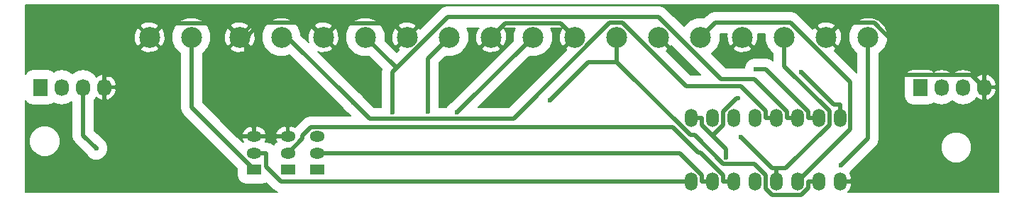
<source format=gbr>
G04 #@! TF.FileFunction,Copper,L2,Bot,Signal*
%FSLAX46Y46*%
G04 Gerber Fmt 4.6, Leading zero omitted, Abs format (unit mm)*
G04 Created by KiCad (PCBNEW 4.0.4-stable) date 04/04/17 13:48:34*
%MOMM*%
%LPD*%
G01*
G04 APERTURE LIST*
%ADD10C,0.100000*%
%ADD11O,1.501140X2.199640*%
%ADD12R,1.800000X1.300000*%
%ADD13O,1.800000X1.300000*%
%ADD14R,1.727200X2.032000*%
%ADD15O,1.727200X2.032000*%
%ADD16C,2.500000*%
%ADD17C,0.600000*%
%ADD18C,0.500000*%
%ADD19C,0.200000*%
G04 APERTURE END LIST*
D10*
D11*
X162110000Y-74810000D03*
X164650000Y-74810000D03*
X167190000Y-74810000D03*
X169730000Y-74810000D03*
X172270000Y-74810000D03*
X174810000Y-74810000D03*
X177350000Y-74810000D03*
X179890000Y-74810000D03*
X179890000Y-67190000D03*
X177350000Y-67190000D03*
X174810000Y-67190000D03*
X172270000Y-67190000D03*
X169730000Y-67190000D03*
X167190000Y-67190000D03*
X164650000Y-67190000D03*
X162110000Y-67190000D03*
D12*
X110000000Y-73400000D03*
D13*
X110000000Y-71400000D03*
X110000000Y-69400000D03*
D12*
X117500000Y-73400000D03*
D13*
X117500000Y-71400000D03*
X117500000Y-69400000D03*
D12*
X114000000Y-73400000D03*
D13*
X114000000Y-71400000D03*
X114000000Y-69400000D03*
D14*
X189500000Y-63500000D03*
D15*
X192040000Y-63500000D03*
X194580000Y-63500000D03*
X197120000Y-63500000D03*
D14*
X84500000Y-63500000D03*
D15*
X87040000Y-63500000D03*
X89580000Y-63500000D03*
X92120000Y-63500000D03*
D16*
X108250000Y-57500000D03*
X113250000Y-57500000D03*
X118250000Y-57500000D03*
X123250000Y-57500000D03*
X128250000Y-57500000D03*
X133250000Y-57500000D03*
X138250000Y-57500000D03*
X143250000Y-57500000D03*
X148250000Y-57500000D03*
X153250000Y-57500000D03*
X158250000Y-57500000D03*
X163250000Y-57500000D03*
X168250000Y-57500000D03*
X173250000Y-57500000D03*
X183250000Y-57500000D03*
X178250000Y-57500000D03*
X102500000Y-57500000D03*
X97500000Y-57500000D03*
D17*
X167678500Y-64799600D03*
X166287400Y-71945000D03*
X91151300Y-70827700D03*
X180036800Y-72830000D03*
X168043000Y-69501000D03*
X145252000Y-65066400D03*
X175226800Y-61686300D03*
X134223600Y-66526400D03*
X130692100Y-66432900D03*
X169860600Y-61351300D03*
X126500000Y-66480500D03*
X121804300Y-65351900D03*
D18*
X146549600Y-55799600D02*
X148250000Y-57500000D01*
X139950400Y-55799600D02*
X146549600Y-55799600D01*
X138250000Y-57500000D02*
X139950400Y-55799600D01*
X93016000Y-61984000D02*
X92120000Y-61984000D01*
X97500000Y-57500000D02*
X93016000Y-61984000D01*
X92120000Y-63500000D02*
X92120000Y-61984000D01*
X195612000Y-61992000D02*
X197120000Y-63500000D01*
X186277300Y-61992000D02*
X195612000Y-61992000D01*
X179890000Y-74810000D02*
X181140600Y-74810000D01*
X186277300Y-69673300D02*
X186277300Y-61992000D01*
X181140600Y-74810000D02*
X186277300Y-69673300D01*
X106549600Y-55799600D02*
X108250000Y-57500000D01*
X99200400Y-55799600D02*
X106549600Y-55799600D01*
X97500000Y-57500000D02*
X99200400Y-55799600D01*
X179970900Y-55779100D02*
X178250000Y-57500000D01*
X183947500Y-55779100D02*
X179970900Y-55779100D01*
X186277300Y-58108900D02*
X183947500Y-55779100D01*
X186277300Y-61992000D02*
X186277300Y-58108900D01*
X110000000Y-69400000D02*
X110000000Y-68250000D01*
X109022700Y-57500000D02*
X108250000Y-57500000D01*
X110755900Y-55766800D02*
X109022700Y-57500000D01*
X116516800Y-55766800D02*
X110755900Y-55766800D01*
X118250000Y-57500000D02*
X116516800Y-55766800D01*
X109022700Y-67272700D02*
X110000000Y-68250000D01*
X109022700Y-57500000D02*
X109022700Y-67272700D01*
X119951000Y-55799000D02*
X118250000Y-57500000D01*
X126549000Y-55799000D02*
X119951000Y-55799000D01*
X128250000Y-57500000D02*
X126549000Y-55799000D01*
X102500000Y-65900000D02*
X102500000Y-57500000D01*
X110000000Y-73400000D02*
X102500000Y-65900000D01*
X162110000Y-67190000D02*
X163360600Y-67190000D01*
X163360600Y-67987000D02*
X164679200Y-69305500D01*
X163360600Y-67190000D02*
X163360600Y-67987000D01*
X166287400Y-70913800D02*
X166287400Y-71945000D01*
X164679200Y-69305500D02*
X166287400Y-70913800D01*
X167529600Y-64799600D02*
X167678500Y-64799600D01*
X165920000Y-66409200D02*
X167529600Y-64799600D01*
X165920000Y-68064700D02*
X165920000Y-66409200D01*
X164679200Y-69305500D02*
X165920000Y-68064700D01*
X165939400Y-74037300D02*
X165939400Y-74810000D01*
X163251600Y-71349500D02*
X165939400Y-74037300D01*
X162967300Y-71349500D02*
X163251600Y-71349500D01*
X159907600Y-68289800D02*
X162967300Y-71349500D01*
X116772600Y-68289800D02*
X159907600Y-68289800D01*
X115750000Y-69312400D02*
X116772600Y-68289800D01*
X115750000Y-69650000D02*
X115750000Y-69312400D01*
X114000000Y-71400000D02*
X115750000Y-69650000D01*
X167190000Y-74810000D02*
X165939400Y-74810000D01*
X89580000Y-69256400D02*
X91151300Y-70827700D01*
X89580000Y-63500000D02*
X89580000Y-69256400D01*
X183250000Y-69616800D02*
X180036800Y-72830000D01*
X183250000Y-57500000D02*
X183250000Y-69616800D01*
X171752100Y-73210100D02*
X168043000Y-69501000D01*
X172270000Y-73210100D02*
X171752100Y-73210100D01*
X172270000Y-74810000D02*
X172270000Y-73210100D01*
X173403000Y-73210100D02*
X172270000Y-73210100D01*
X178620000Y-67993100D02*
X173403000Y-73210100D01*
X178620000Y-66349100D02*
X178620000Y-67993100D01*
X173250000Y-60979100D02*
X178620000Y-66349100D01*
X173250000Y-57500000D02*
X173250000Y-60979100D01*
X181092800Y-68527200D02*
X174810000Y-74810000D01*
X181092800Y-62894900D02*
X181092800Y-68527200D01*
X173956400Y-55758500D02*
X181092800Y-62894900D01*
X164991500Y-55758500D02*
X173956400Y-55758500D01*
X163250000Y-57500000D02*
X164991500Y-55758500D01*
X177350000Y-74810000D02*
X176099400Y-74810000D01*
X149857600Y-60460800D02*
X153250000Y-60460800D01*
X145252000Y-65066400D02*
X149857600Y-60460800D01*
X153250000Y-57500000D02*
X153250000Y-60460800D01*
X176099400Y-75569100D02*
X176099400Y-74810000D01*
X175240600Y-76427900D02*
X176099400Y-75569100D01*
X171795800Y-76427900D02*
X175240600Y-76427900D01*
X171000000Y-75632100D02*
X171795800Y-76427900D01*
X171000000Y-74029900D02*
X171000000Y-75632100D01*
X169665400Y-72695300D02*
X171000000Y-74029900D01*
X165976600Y-72695300D02*
X169665400Y-72695300D01*
X162515700Y-69234400D02*
X165976600Y-72695300D01*
X162023600Y-69234400D02*
X162515700Y-69234400D01*
X153250000Y-60460800D02*
X162023600Y-69234400D01*
X179130600Y-65590100D02*
X179890000Y-65590100D01*
X175226800Y-61686300D02*
X179130600Y-65590100D01*
X179890000Y-67190000D02*
X179890000Y-65590100D01*
X143250000Y-57500000D02*
X134223600Y-66526400D01*
X130692100Y-60057900D02*
X130692100Y-66432900D01*
X133250000Y-57500000D02*
X130692100Y-60057900D01*
X177350000Y-67190000D02*
X176099400Y-67190000D01*
X171019800Y-61351300D02*
X169860600Y-61351300D01*
X176099400Y-66430900D02*
X171019800Y-61351300D01*
X176099400Y-67190000D02*
X176099400Y-66430900D01*
X174810000Y-67190000D02*
X173559400Y-67190000D01*
X123250000Y-57500000D02*
X126957300Y-61207300D01*
X126500000Y-61664600D02*
X126957300Y-61207300D01*
X126500000Y-66480500D02*
X126500000Y-61664600D01*
X173559400Y-66430900D02*
X173559400Y-67190000D01*
X169662500Y-62534000D02*
X173559400Y-66430900D01*
X165698500Y-62534000D02*
X169662500Y-62534000D01*
X158239700Y-55075200D02*
X165698500Y-62534000D01*
X133089400Y-55075200D02*
X158239700Y-55075200D01*
X126957300Y-61207300D02*
X133089400Y-55075200D01*
X113952400Y-57500000D02*
X121804300Y-65351900D01*
X113250000Y-57500000D02*
X113952400Y-57500000D01*
X172270000Y-67190000D02*
X171019400Y-67190000D01*
X171019400Y-66347600D02*
X171019400Y-67190000D01*
X168020700Y-63348900D02*
X171019400Y-66347600D01*
X161513400Y-63348900D02*
X168020700Y-63348900D01*
X153948900Y-55784400D02*
X161513400Y-63348900D01*
X152428200Y-55784400D02*
X153948900Y-55784400D01*
X140928200Y-67284400D02*
X152428200Y-55784400D01*
X123736800Y-67284400D02*
X140928200Y-67284400D01*
X121804300Y-65351900D02*
X123736800Y-67284400D01*
X110000000Y-71400000D02*
X111400000Y-71400000D01*
X162110000Y-74810000D02*
X160859400Y-74810000D01*
X113162000Y-74810000D02*
X160859400Y-74810000D01*
X111400000Y-73048000D02*
X113162000Y-74810000D01*
X111400000Y-71400000D02*
X111400000Y-73048000D01*
X163399400Y-74050900D02*
X163399400Y-74810000D01*
X160748500Y-71400000D02*
X163399400Y-74050900D01*
X117500000Y-71400000D02*
X160748500Y-71400000D01*
X164650000Y-74810000D02*
X163399400Y-74810000D01*
D19*
G36*
X198825000Y-76075000D02*
X180871809Y-76075000D01*
X181086222Y-75821430D01*
X181248570Y-75313250D01*
X181248570Y-74964000D01*
X180044000Y-74964000D01*
X180044000Y-74984000D01*
X179736000Y-74984000D01*
X179736000Y-74964000D01*
X179716000Y-74964000D01*
X179716000Y-74656000D01*
X179736000Y-74656000D01*
X179736000Y-74636000D01*
X180044000Y-74636000D01*
X180044000Y-74656000D01*
X181248570Y-74656000D01*
X181248570Y-74306750D01*
X181086222Y-73798570D01*
X181068803Y-73777970D01*
X181222970Y-73624072D01*
X181273425Y-73502563D01*
X183687615Y-71088373D01*
X191899679Y-71088373D01*
X192180732Y-71768572D01*
X192700691Y-72289439D01*
X193380398Y-72571679D01*
X194116373Y-72572321D01*
X194796572Y-72291268D01*
X195317439Y-71771309D01*
X195599679Y-71091602D01*
X195600321Y-70355627D01*
X195319268Y-69675428D01*
X194799309Y-69154561D01*
X194119602Y-68872321D01*
X193383627Y-68871679D01*
X192703428Y-69152732D01*
X192182561Y-69672691D01*
X191900321Y-70352398D01*
X191899679Y-71088373D01*
X183687615Y-71088373D01*
X184204594Y-70571394D01*
X184281969Y-70455594D01*
X184497237Y-70133423D01*
X184600000Y-69616800D01*
X184600000Y-62484000D01*
X187514850Y-62484000D01*
X187514850Y-64516000D01*
X187591552Y-64923636D01*
X187832464Y-65298024D01*
X188200054Y-65549188D01*
X188636400Y-65637550D01*
X190363600Y-65637550D01*
X190771236Y-65560848D01*
X191075072Y-65365335D01*
X191288563Y-65507985D01*
X192040000Y-65657455D01*
X192791437Y-65507985D01*
X193310000Y-65161492D01*
X193828563Y-65507985D01*
X194580000Y-65657455D01*
X195331437Y-65507985D01*
X195968475Y-65082330D01*
X196181694Y-64763226D01*
X196256359Y-64843822D01*
X196738951Y-65073811D01*
X196966000Y-64962983D01*
X196966000Y-63654000D01*
X197274000Y-63654000D01*
X197274000Y-64962983D01*
X197501049Y-65073811D01*
X197983641Y-64843822D01*
X198373838Y-64422629D01*
X198573149Y-63884176D01*
X198439516Y-63654000D01*
X197274000Y-63654000D01*
X196966000Y-63654000D01*
X196946000Y-63654000D01*
X196946000Y-63346000D01*
X196966000Y-63346000D01*
X196966000Y-62037017D01*
X197274000Y-62037017D01*
X197274000Y-63346000D01*
X198439516Y-63346000D01*
X198573149Y-63115824D01*
X198373838Y-62577371D01*
X197983641Y-62156178D01*
X197501049Y-61926189D01*
X197274000Y-62037017D01*
X196966000Y-62037017D01*
X196738951Y-61926189D01*
X196256359Y-62156178D01*
X196181694Y-62236774D01*
X195968475Y-61917670D01*
X195331437Y-61492015D01*
X194580000Y-61342545D01*
X193828563Y-61492015D01*
X193310000Y-61838508D01*
X192791437Y-61492015D01*
X192040000Y-61342545D01*
X191288563Y-61492015D01*
X191072014Y-61636708D01*
X190799946Y-61450812D01*
X190363600Y-61362450D01*
X188636400Y-61362450D01*
X188228764Y-61439152D01*
X187854376Y-61680064D01*
X187603212Y-62047654D01*
X187514850Y-62484000D01*
X184600000Y-62484000D01*
X184600000Y-59472860D01*
X185241071Y-58832906D01*
X185599591Y-57969495D01*
X185600407Y-57034607D01*
X185243395Y-56170571D01*
X184582906Y-55508929D01*
X183719495Y-55150409D01*
X182784607Y-55149593D01*
X181920571Y-55506605D01*
X181258929Y-56167094D01*
X180900409Y-57030505D01*
X180899593Y-57965393D01*
X181256605Y-58829429D01*
X181900000Y-59473947D01*
X181900000Y-61792912D01*
X179228091Y-59121003D01*
X179235226Y-59118048D01*
X179368347Y-58836136D01*
X178250000Y-57717789D01*
X178235858Y-57731931D01*
X178018069Y-57514142D01*
X178032211Y-57500000D01*
X178467789Y-57500000D01*
X179586136Y-58618347D01*
X179868048Y-58485226D01*
X180121911Y-57791030D01*
X180090793Y-57052527D01*
X179868048Y-56514774D01*
X179586136Y-56381653D01*
X178467789Y-57500000D01*
X178032211Y-57500000D01*
X176913864Y-56381653D01*
X176631952Y-56514774D01*
X176629250Y-56522162D01*
X176270952Y-56163864D01*
X177131653Y-56163864D01*
X178250000Y-57282211D01*
X179368347Y-56163864D01*
X179235226Y-55881952D01*
X178541030Y-55628089D01*
X177802527Y-55659207D01*
X177264774Y-55881952D01*
X177131653Y-56163864D01*
X176270952Y-56163864D01*
X174910994Y-54803906D01*
X174473023Y-54511263D01*
X173956400Y-54408500D01*
X164991500Y-54408500D01*
X164474877Y-54511263D01*
X164036906Y-54803906D01*
X163690428Y-55150384D01*
X162784607Y-55149593D01*
X161920571Y-55506605D01*
X161258929Y-56167094D01*
X161253605Y-56179917D01*
X159194294Y-54120606D01*
X158756323Y-53827963D01*
X158239700Y-53725200D01*
X133089400Y-53725200D01*
X132572777Y-53827963D01*
X132134806Y-54120606D01*
X129781505Y-56473907D01*
X129586136Y-56381653D01*
X128467789Y-57500000D01*
X128481931Y-57514142D01*
X128264142Y-57731931D01*
X128250000Y-57717789D01*
X127131653Y-58836136D01*
X127223907Y-59031505D01*
X126957300Y-59298112D01*
X125599616Y-57940428D01*
X125600254Y-57208970D01*
X126378089Y-57208970D01*
X126409207Y-57947473D01*
X126631952Y-58485226D01*
X126913864Y-58618347D01*
X128032211Y-57500000D01*
X126913864Y-56381653D01*
X126631952Y-56514774D01*
X126378089Y-57208970D01*
X125600254Y-57208970D01*
X125600407Y-57034607D01*
X125243395Y-56170571D01*
X125236700Y-56163864D01*
X127131653Y-56163864D01*
X128250000Y-57282211D01*
X129368347Y-56163864D01*
X129235226Y-55881952D01*
X128541030Y-55628089D01*
X127802527Y-55659207D01*
X127264774Y-55881952D01*
X127131653Y-56163864D01*
X125236700Y-56163864D01*
X124582906Y-55508929D01*
X123719495Y-55150409D01*
X122784607Y-55149593D01*
X121920571Y-55506605D01*
X121258929Y-56167094D01*
X120900409Y-57030505D01*
X120899593Y-57965393D01*
X121256605Y-58829429D01*
X121917094Y-59491071D01*
X122780505Y-59849591D01*
X123691198Y-59850386D01*
X125208967Y-61368155D01*
X125150000Y-61664600D01*
X125150000Y-65934400D01*
X124295988Y-65934400D01*
X123041403Y-64679815D01*
X122991855Y-64559900D01*
X122598372Y-64165730D01*
X122476863Y-64115275D01*
X117603509Y-59241921D01*
X117958970Y-59371911D01*
X118697473Y-59340793D01*
X119235226Y-59118048D01*
X119368347Y-58836136D01*
X118250000Y-57717789D01*
X118235858Y-57731931D01*
X118018069Y-57514142D01*
X118032211Y-57500000D01*
X118467789Y-57500000D01*
X119586136Y-58618347D01*
X119868048Y-58485226D01*
X120121911Y-57791030D01*
X120090793Y-57052527D01*
X119868048Y-56514774D01*
X119586136Y-56381653D01*
X118467789Y-57500000D01*
X118032211Y-57500000D01*
X116913864Y-56381653D01*
X116631952Y-56514774D01*
X116378089Y-57208970D01*
X116409207Y-57947473D01*
X116480021Y-58118433D01*
X115600229Y-57238641D01*
X115600407Y-57034607D01*
X115243395Y-56170571D01*
X115236700Y-56163864D01*
X117131653Y-56163864D01*
X118250000Y-57282211D01*
X119368347Y-56163864D01*
X119235226Y-55881952D01*
X118541030Y-55628089D01*
X117802527Y-55659207D01*
X117264774Y-55881952D01*
X117131653Y-56163864D01*
X115236700Y-56163864D01*
X114582906Y-55508929D01*
X113719495Y-55150409D01*
X112784607Y-55149593D01*
X111920571Y-55506605D01*
X111258929Y-56167094D01*
X110900409Y-57030505D01*
X110899593Y-57965393D01*
X111256605Y-58829429D01*
X111917094Y-59491071D01*
X112780505Y-59849591D01*
X113715393Y-59850407D01*
X114195318Y-59652106D01*
X120567197Y-66023985D01*
X120616745Y-66143900D01*
X121010228Y-66538070D01*
X121131737Y-66588525D01*
X121483012Y-66939800D01*
X116772600Y-66939800D01*
X116255978Y-67042562D01*
X115818006Y-67335206D01*
X114857780Y-68295432D01*
X114828508Y-68272227D01*
X114352892Y-68136688D01*
X114154000Y-68288146D01*
X114154000Y-69246000D01*
X114174000Y-69246000D01*
X114174000Y-69316812D01*
X113916812Y-69574000D01*
X113846000Y-69574000D01*
X113846000Y-69554000D01*
X112654774Y-69554000D01*
X112540924Y-69747418D01*
X112543477Y-69788389D01*
X112676256Y-70027007D01*
X112473381Y-70162563D01*
X112306060Y-70412977D01*
X111916623Y-70152763D01*
X111400000Y-70050000D01*
X111358156Y-70050000D01*
X111323744Y-70027007D01*
X111456523Y-69788389D01*
X111459076Y-69747418D01*
X111345226Y-69554000D01*
X110154000Y-69554000D01*
X110154000Y-69574000D01*
X109846000Y-69574000D01*
X109846000Y-69554000D01*
X108654774Y-69554000D01*
X108540924Y-69747418D01*
X108543477Y-69788389D01*
X108676256Y-70027007D01*
X108592295Y-70083107D01*
X107561770Y-69052582D01*
X108540924Y-69052582D01*
X108654774Y-69246000D01*
X109846000Y-69246000D01*
X109846000Y-68288146D01*
X110154000Y-68288146D01*
X110154000Y-69246000D01*
X111345226Y-69246000D01*
X111459076Y-69052582D01*
X112540924Y-69052582D01*
X112654774Y-69246000D01*
X113846000Y-69246000D01*
X113846000Y-68288146D01*
X113647108Y-68136688D01*
X113171492Y-68272227D01*
X112783948Y-68579459D01*
X112543477Y-69011611D01*
X112540924Y-69052582D01*
X111459076Y-69052582D01*
X111456523Y-69011611D01*
X111216052Y-68579459D01*
X110828508Y-68272227D01*
X110352892Y-68136688D01*
X110154000Y-68288146D01*
X109846000Y-68288146D01*
X109647108Y-68136688D01*
X109171492Y-68272227D01*
X108783948Y-68579459D01*
X108543477Y-69011611D01*
X108540924Y-69052582D01*
X107561770Y-69052582D01*
X103850000Y-65340812D01*
X103850000Y-59472860D01*
X104487835Y-58836136D01*
X107131653Y-58836136D01*
X107264774Y-59118048D01*
X107958970Y-59371911D01*
X108697473Y-59340793D01*
X109235226Y-59118048D01*
X109368347Y-58836136D01*
X108250000Y-57717789D01*
X107131653Y-58836136D01*
X104487835Y-58836136D01*
X104491071Y-58832906D01*
X104849591Y-57969495D01*
X104850254Y-57208970D01*
X106378089Y-57208970D01*
X106409207Y-57947473D01*
X106631952Y-58485226D01*
X106913864Y-58618347D01*
X108032211Y-57500000D01*
X108467789Y-57500000D01*
X109586136Y-58618347D01*
X109868048Y-58485226D01*
X110121911Y-57791030D01*
X110090793Y-57052527D01*
X109868048Y-56514774D01*
X109586136Y-56381653D01*
X108467789Y-57500000D01*
X108032211Y-57500000D01*
X106913864Y-56381653D01*
X106631952Y-56514774D01*
X106378089Y-57208970D01*
X104850254Y-57208970D01*
X104850407Y-57034607D01*
X104493395Y-56170571D01*
X104486700Y-56163864D01*
X107131653Y-56163864D01*
X108250000Y-57282211D01*
X109368347Y-56163864D01*
X109235226Y-55881952D01*
X108541030Y-55628089D01*
X107802527Y-55659207D01*
X107264774Y-55881952D01*
X107131653Y-56163864D01*
X104486700Y-56163864D01*
X103832906Y-55508929D01*
X102969495Y-55150409D01*
X102034607Y-55149593D01*
X101170571Y-55506605D01*
X100508929Y-56167094D01*
X100150409Y-57030505D01*
X100149593Y-57965393D01*
X100506605Y-58829429D01*
X101150000Y-59473947D01*
X101150000Y-65900000D01*
X101252763Y-66416623D01*
X101507359Y-66797653D01*
X101545406Y-66854594D01*
X107978450Y-73287638D01*
X107978450Y-74050000D01*
X108055152Y-74457636D01*
X108296064Y-74832024D01*
X108663654Y-75083188D01*
X109100000Y-75171550D01*
X110900000Y-75171550D01*
X111307636Y-75094848D01*
X111447597Y-75004785D01*
X112207406Y-75764594D01*
X112645377Y-76057237D01*
X112734677Y-76075000D01*
X82675000Y-76075000D01*
X82675000Y-70338373D01*
X83149679Y-70338373D01*
X83430732Y-71018572D01*
X83950691Y-71539439D01*
X84630398Y-71821679D01*
X85366373Y-71822321D01*
X86046572Y-71541268D01*
X86567439Y-71021309D01*
X86849679Y-70341602D01*
X86850321Y-69605627D01*
X86569268Y-68925428D01*
X86049309Y-68404561D01*
X85369602Y-68122321D01*
X84633627Y-68121679D01*
X83953428Y-68402732D01*
X83432561Y-68922691D01*
X83150321Y-69602398D01*
X83149679Y-70338373D01*
X82675000Y-70338373D01*
X82675000Y-65053318D01*
X82832464Y-65298024D01*
X83200054Y-65549188D01*
X83636400Y-65637550D01*
X85363600Y-65637550D01*
X85771236Y-65560848D01*
X86075072Y-65365335D01*
X86288563Y-65507985D01*
X87040000Y-65657455D01*
X87791437Y-65507985D01*
X88230000Y-65214947D01*
X88230000Y-69256400D01*
X88332763Y-69773023D01*
X88517833Y-70050000D01*
X88625406Y-70210994D01*
X89914197Y-71499785D01*
X89963745Y-71619700D01*
X90357228Y-72013870D01*
X90871601Y-72227457D01*
X91428556Y-72227943D01*
X91943300Y-72015255D01*
X92337470Y-71621772D01*
X92551057Y-71107399D01*
X92551543Y-70550444D01*
X92338855Y-70035700D01*
X91945372Y-69641530D01*
X91823863Y-69591075D01*
X90930000Y-68697212D01*
X90930000Y-65108038D01*
X90968475Y-65082330D01*
X91181694Y-64763226D01*
X91256359Y-64843822D01*
X91738951Y-65073811D01*
X91966000Y-64962983D01*
X91966000Y-63654000D01*
X92274000Y-63654000D01*
X92274000Y-64962983D01*
X92501049Y-65073811D01*
X92983641Y-64843822D01*
X93373838Y-64422629D01*
X93573149Y-63884176D01*
X93439516Y-63654000D01*
X92274000Y-63654000D01*
X91966000Y-63654000D01*
X91946000Y-63654000D01*
X91946000Y-63346000D01*
X91966000Y-63346000D01*
X91966000Y-62037017D01*
X92274000Y-62037017D01*
X92274000Y-63346000D01*
X93439516Y-63346000D01*
X93573149Y-63115824D01*
X93373838Y-62577371D01*
X92983641Y-62156178D01*
X92501049Y-61926189D01*
X92274000Y-62037017D01*
X91966000Y-62037017D01*
X91738951Y-61926189D01*
X91256359Y-62156178D01*
X91181694Y-62236774D01*
X90968475Y-61917670D01*
X90331437Y-61492015D01*
X89580000Y-61342545D01*
X88828563Y-61492015D01*
X88310000Y-61838508D01*
X87791437Y-61492015D01*
X87040000Y-61342545D01*
X86288563Y-61492015D01*
X86072014Y-61636708D01*
X85799946Y-61450812D01*
X85363600Y-61362450D01*
X83636400Y-61362450D01*
X83228764Y-61439152D01*
X82854376Y-61680064D01*
X82675000Y-61942589D01*
X82675000Y-58836136D01*
X96381653Y-58836136D01*
X96514774Y-59118048D01*
X97208970Y-59371911D01*
X97947473Y-59340793D01*
X98485226Y-59118048D01*
X98618347Y-58836136D01*
X97500000Y-57717789D01*
X96381653Y-58836136D01*
X82675000Y-58836136D01*
X82675000Y-57208970D01*
X95628089Y-57208970D01*
X95659207Y-57947473D01*
X95881952Y-58485226D01*
X96163864Y-58618347D01*
X97282211Y-57500000D01*
X97717789Y-57500000D01*
X98836136Y-58618347D01*
X99118048Y-58485226D01*
X99371911Y-57791030D01*
X99340793Y-57052527D01*
X99118048Y-56514774D01*
X98836136Y-56381653D01*
X97717789Y-57500000D01*
X97282211Y-57500000D01*
X96163864Y-56381653D01*
X95881952Y-56514774D01*
X95628089Y-57208970D01*
X82675000Y-57208970D01*
X82675000Y-56163864D01*
X96381653Y-56163864D01*
X97500000Y-57282211D01*
X98618347Y-56163864D01*
X98485226Y-55881952D01*
X97791030Y-55628089D01*
X97052527Y-55659207D01*
X96514774Y-55881952D01*
X96381653Y-56163864D01*
X82675000Y-56163864D01*
X82675000Y-53675000D01*
X198825000Y-53675000D01*
X198825000Y-76075000D01*
X198825000Y-76075000D01*
G37*
X198825000Y-76075000D02*
X180871809Y-76075000D01*
X181086222Y-75821430D01*
X181248570Y-75313250D01*
X181248570Y-74964000D01*
X180044000Y-74964000D01*
X180044000Y-74984000D01*
X179736000Y-74984000D01*
X179736000Y-74964000D01*
X179716000Y-74964000D01*
X179716000Y-74656000D01*
X179736000Y-74656000D01*
X179736000Y-74636000D01*
X180044000Y-74636000D01*
X180044000Y-74656000D01*
X181248570Y-74656000D01*
X181248570Y-74306750D01*
X181086222Y-73798570D01*
X181068803Y-73777970D01*
X181222970Y-73624072D01*
X181273425Y-73502563D01*
X183687615Y-71088373D01*
X191899679Y-71088373D01*
X192180732Y-71768572D01*
X192700691Y-72289439D01*
X193380398Y-72571679D01*
X194116373Y-72572321D01*
X194796572Y-72291268D01*
X195317439Y-71771309D01*
X195599679Y-71091602D01*
X195600321Y-70355627D01*
X195319268Y-69675428D01*
X194799309Y-69154561D01*
X194119602Y-68872321D01*
X193383627Y-68871679D01*
X192703428Y-69152732D01*
X192182561Y-69672691D01*
X191900321Y-70352398D01*
X191899679Y-71088373D01*
X183687615Y-71088373D01*
X184204594Y-70571394D01*
X184281969Y-70455594D01*
X184497237Y-70133423D01*
X184600000Y-69616800D01*
X184600000Y-62484000D01*
X187514850Y-62484000D01*
X187514850Y-64516000D01*
X187591552Y-64923636D01*
X187832464Y-65298024D01*
X188200054Y-65549188D01*
X188636400Y-65637550D01*
X190363600Y-65637550D01*
X190771236Y-65560848D01*
X191075072Y-65365335D01*
X191288563Y-65507985D01*
X192040000Y-65657455D01*
X192791437Y-65507985D01*
X193310000Y-65161492D01*
X193828563Y-65507985D01*
X194580000Y-65657455D01*
X195331437Y-65507985D01*
X195968475Y-65082330D01*
X196181694Y-64763226D01*
X196256359Y-64843822D01*
X196738951Y-65073811D01*
X196966000Y-64962983D01*
X196966000Y-63654000D01*
X197274000Y-63654000D01*
X197274000Y-64962983D01*
X197501049Y-65073811D01*
X197983641Y-64843822D01*
X198373838Y-64422629D01*
X198573149Y-63884176D01*
X198439516Y-63654000D01*
X197274000Y-63654000D01*
X196966000Y-63654000D01*
X196946000Y-63654000D01*
X196946000Y-63346000D01*
X196966000Y-63346000D01*
X196966000Y-62037017D01*
X197274000Y-62037017D01*
X197274000Y-63346000D01*
X198439516Y-63346000D01*
X198573149Y-63115824D01*
X198373838Y-62577371D01*
X197983641Y-62156178D01*
X197501049Y-61926189D01*
X197274000Y-62037017D01*
X196966000Y-62037017D01*
X196738951Y-61926189D01*
X196256359Y-62156178D01*
X196181694Y-62236774D01*
X195968475Y-61917670D01*
X195331437Y-61492015D01*
X194580000Y-61342545D01*
X193828563Y-61492015D01*
X193310000Y-61838508D01*
X192791437Y-61492015D01*
X192040000Y-61342545D01*
X191288563Y-61492015D01*
X191072014Y-61636708D01*
X190799946Y-61450812D01*
X190363600Y-61362450D01*
X188636400Y-61362450D01*
X188228764Y-61439152D01*
X187854376Y-61680064D01*
X187603212Y-62047654D01*
X187514850Y-62484000D01*
X184600000Y-62484000D01*
X184600000Y-59472860D01*
X185241071Y-58832906D01*
X185599591Y-57969495D01*
X185600407Y-57034607D01*
X185243395Y-56170571D01*
X184582906Y-55508929D01*
X183719495Y-55150409D01*
X182784607Y-55149593D01*
X181920571Y-55506605D01*
X181258929Y-56167094D01*
X180900409Y-57030505D01*
X180899593Y-57965393D01*
X181256605Y-58829429D01*
X181900000Y-59473947D01*
X181900000Y-61792912D01*
X179228091Y-59121003D01*
X179235226Y-59118048D01*
X179368347Y-58836136D01*
X178250000Y-57717789D01*
X178235858Y-57731931D01*
X178018069Y-57514142D01*
X178032211Y-57500000D01*
X178467789Y-57500000D01*
X179586136Y-58618347D01*
X179868048Y-58485226D01*
X180121911Y-57791030D01*
X180090793Y-57052527D01*
X179868048Y-56514774D01*
X179586136Y-56381653D01*
X178467789Y-57500000D01*
X178032211Y-57500000D01*
X176913864Y-56381653D01*
X176631952Y-56514774D01*
X176629250Y-56522162D01*
X176270952Y-56163864D01*
X177131653Y-56163864D01*
X178250000Y-57282211D01*
X179368347Y-56163864D01*
X179235226Y-55881952D01*
X178541030Y-55628089D01*
X177802527Y-55659207D01*
X177264774Y-55881952D01*
X177131653Y-56163864D01*
X176270952Y-56163864D01*
X174910994Y-54803906D01*
X174473023Y-54511263D01*
X173956400Y-54408500D01*
X164991500Y-54408500D01*
X164474877Y-54511263D01*
X164036906Y-54803906D01*
X163690428Y-55150384D01*
X162784607Y-55149593D01*
X161920571Y-55506605D01*
X161258929Y-56167094D01*
X161253605Y-56179917D01*
X159194294Y-54120606D01*
X158756323Y-53827963D01*
X158239700Y-53725200D01*
X133089400Y-53725200D01*
X132572777Y-53827963D01*
X132134806Y-54120606D01*
X129781505Y-56473907D01*
X129586136Y-56381653D01*
X128467789Y-57500000D01*
X128481931Y-57514142D01*
X128264142Y-57731931D01*
X128250000Y-57717789D01*
X127131653Y-58836136D01*
X127223907Y-59031505D01*
X126957300Y-59298112D01*
X125599616Y-57940428D01*
X125600254Y-57208970D01*
X126378089Y-57208970D01*
X126409207Y-57947473D01*
X126631952Y-58485226D01*
X126913864Y-58618347D01*
X128032211Y-57500000D01*
X126913864Y-56381653D01*
X126631952Y-56514774D01*
X126378089Y-57208970D01*
X125600254Y-57208970D01*
X125600407Y-57034607D01*
X125243395Y-56170571D01*
X125236700Y-56163864D01*
X127131653Y-56163864D01*
X128250000Y-57282211D01*
X129368347Y-56163864D01*
X129235226Y-55881952D01*
X128541030Y-55628089D01*
X127802527Y-55659207D01*
X127264774Y-55881952D01*
X127131653Y-56163864D01*
X125236700Y-56163864D01*
X124582906Y-55508929D01*
X123719495Y-55150409D01*
X122784607Y-55149593D01*
X121920571Y-55506605D01*
X121258929Y-56167094D01*
X120900409Y-57030505D01*
X120899593Y-57965393D01*
X121256605Y-58829429D01*
X121917094Y-59491071D01*
X122780505Y-59849591D01*
X123691198Y-59850386D01*
X125208967Y-61368155D01*
X125150000Y-61664600D01*
X125150000Y-65934400D01*
X124295988Y-65934400D01*
X123041403Y-64679815D01*
X122991855Y-64559900D01*
X122598372Y-64165730D01*
X122476863Y-64115275D01*
X117603509Y-59241921D01*
X117958970Y-59371911D01*
X118697473Y-59340793D01*
X119235226Y-59118048D01*
X119368347Y-58836136D01*
X118250000Y-57717789D01*
X118235858Y-57731931D01*
X118018069Y-57514142D01*
X118032211Y-57500000D01*
X118467789Y-57500000D01*
X119586136Y-58618347D01*
X119868048Y-58485226D01*
X120121911Y-57791030D01*
X120090793Y-57052527D01*
X119868048Y-56514774D01*
X119586136Y-56381653D01*
X118467789Y-57500000D01*
X118032211Y-57500000D01*
X116913864Y-56381653D01*
X116631952Y-56514774D01*
X116378089Y-57208970D01*
X116409207Y-57947473D01*
X116480021Y-58118433D01*
X115600229Y-57238641D01*
X115600407Y-57034607D01*
X115243395Y-56170571D01*
X115236700Y-56163864D01*
X117131653Y-56163864D01*
X118250000Y-57282211D01*
X119368347Y-56163864D01*
X119235226Y-55881952D01*
X118541030Y-55628089D01*
X117802527Y-55659207D01*
X117264774Y-55881952D01*
X117131653Y-56163864D01*
X115236700Y-56163864D01*
X114582906Y-55508929D01*
X113719495Y-55150409D01*
X112784607Y-55149593D01*
X111920571Y-55506605D01*
X111258929Y-56167094D01*
X110900409Y-57030505D01*
X110899593Y-57965393D01*
X111256605Y-58829429D01*
X111917094Y-59491071D01*
X112780505Y-59849591D01*
X113715393Y-59850407D01*
X114195318Y-59652106D01*
X120567197Y-66023985D01*
X120616745Y-66143900D01*
X121010228Y-66538070D01*
X121131737Y-66588525D01*
X121483012Y-66939800D01*
X116772600Y-66939800D01*
X116255978Y-67042562D01*
X115818006Y-67335206D01*
X114857780Y-68295432D01*
X114828508Y-68272227D01*
X114352892Y-68136688D01*
X114154000Y-68288146D01*
X114154000Y-69246000D01*
X114174000Y-69246000D01*
X114174000Y-69316812D01*
X113916812Y-69574000D01*
X113846000Y-69574000D01*
X113846000Y-69554000D01*
X112654774Y-69554000D01*
X112540924Y-69747418D01*
X112543477Y-69788389D01*
X112676256Y-70027007D01*
X112473381Y-70162563D01*
X112306060Y-70412977D01*
X111916623Y-70152763D01*
X111400000Y-70050000D01*
X111358156Y-70050000D01*
X111323744Y-70027007D01*
X111456523Y-69788389D01*
X111459076Y-69747418D01*
X111345226Y-69554000D01*
X110154000Y-69554000D01*
X110154000Y-69574000D01*
X109846000Y-69574000D01*
X109846000Y-69554000D01*
X108654774Y-69554000D01*
X108540924Y-69747418D01*
X108543477Y-69788389D01*
X108676256Y-70027007D01*
X108592295Y-70083107D01*
X107561770Y-69052582D01*
X108540924Y-69052582D01*
X108654774Y-69246000D01*
X109846000Y-69246000D01*
X109846000Y-68288146D01*
X110154000Y-68288146D01*
X110154000Y-69246000D01*
X111345226Y-69246000D01*
X111459076Y-69052582D01*
X112540924Y-69052582D01*
X112654774Y-69246000D01*
X113846000Y-69246000D01*
X113846000Y-68288146D01*
X113647108Y-68136688D01*
X113171492Y-68272227D01*
X112783948Y-68579459D01*
X112543477Y-69011611D01*
X112540924Y-69052582D01*
X111459076Y-69052582D01*
X111456523Y-69011611D01*
X111216052Y-68579459D01*
X110828508Y-68272227D01*
X110352892Y-68136688D01*
X110154000Y-68288146D01*
X109846000Y-68288146D01*
X109647108Y-68136688D01*
X109171492Y-68272227D01*
X108783948Y-68579459D01*
X108543477Y-69011611D01*
X108540924Y-69052582D01*
X107561770Y-69052582D01*
X103850000Y-65340812D01*
X103850000Y-59472860D01*
X104487835Y-58836136D01*
X107131653Y-58836136D01*
X107264774Y-59118048D01*
X107958970Y-59371911D01*
X108697473Y-59340793D01*
X109235226Y-59118048D01*
X109368347Y-58836136D01*
X108250000Y-57717789D01*
X107131653Y-58836136D01*
X104487835Y-58836136D01*
X104491071Y-58832906D01*
X104849591Y-57969495D01*
X104850254Y-57208970D01*
X106378089Y-57208970D01*
X106409207Y-57947473D01*
X106631952Y-58485226D01*
X106913864Y-58618347D01*
X108032211Y-57500000D01*
X108467789Y-57500000D01*
X109586136Y-58618347D01*
X109868048Y-58485226D01*
X110121911Y-57791030D01*
X110090793Y-57052527D01*
X109868048Y-56514774D01*
X109586136Y-56381653D01*
X108467789Y-57500000D01*
X108032211Y-57500000D01*
X106913864Y-56381653D01*
X106631952Y-56514774D01*
X106378089Y-57208970D01*
X104850254Y-57208970D01*
X104850407Y-57034607D01*
X104493395Y-56170571D01*
X104486700Y-56163864D01*
X107131653Y-56163864D01*
X108250000Y-57282211D01*
X109368347Y-56163864D01*
X109235226Y-55881952D01*
X108541030Y-55628089D01*
X107802527Y-55659207D01*
X107264774Y-55881952D01*
X107131653Y-56163864D01*
X104486700Y-56163864D01*
X103832906Y-55508929D01*
X102969495Y-55150409D01*
X102034607Y-55149593D01*
X101170571Y-55506605D01*
X100508929Y-56167094D01*
X100150409Y-57030505D01*
X100149593Y-57965393D01*
X100506605Y-58829429D01*
X101150000Y-59473947D01*
X101150000Y-65900000D01*
X101252763Y-66416623D01*
X101507359Y-66797653D01*
X101545406Y-66854594D01*
X107978450Y-73287638D01*
X107978450Y-74050000D01*
X108055152Y-74457636D01*
X108296064Y-74832024D01*
X108663654Y-75083188D01*
X109100000Y-75171550D01*
X110900000Y-75171550D01*
X111307636Y-75094848D01*
X111447597Y-75004785D01*
X112207406Y-75764594D01*
X112645377Y-76057237D01*
X112734677Y-76075000D01*
X82675000Y-76075000D01*
X82675000Y-70338373D01*
X83149679Y-70338373D01*
X83430732Y-71018572D01*
X83950691Y-71539439D01*
X84630398Y-71821679D01*
X85366373Y-71822321D01*
X86046572Y-71541268D01*
X86567439Y-71021309D01*
X86849679Y-70341602D01*
X86850321Y-69605627D01*
X86569268Y-68925428D01*
X86049309Y-68404561D01*
X85369602Y-68122321D01*
X84633627Y-68121679D01*
X83953428Y-68402732D01*
X83432561Y-68922691D01*
X83150321Y-69602398D01*
X83149679Y-70338373D01*
X82675000Y-70338373D01*
X82675000Y-65053318D01*
X82832464Y-65298024D01*
X83200054Y-65549188D01*
X83636400Y-65637550D01*
X85363600Y-65637550D01*
X85771236Y-65560848D01*
X86075072Y-65365335D01*
X86288563Y-65507985D01*
X87040000Y-65657455D01*
X87791437Y-65507985D01*
X88230000Y-65214947D01*
X88230000Y-69256400D01*
X88332763Y-69773023D01*
X88517833Y-70050000D01*
X88625406Y-70210994D01*
X89914197Y-71499785D01*
X89963745Y-71619700D01*
X90357228Y-72013870D01*
X90871601Y-72227457D01*
X91428556Y-72227943D01*
X91943300Y-72015255D01*
X92337470Y-71621772D01*
X92551057Y-71107399D01*
X92551543Y-70550444D01*
X92338855Y-70035700D01*
X91945372Y-69641530D01*
X91823863Y-69591075D01*
X90930000Y-68697212D01*
X90930000Y-65108038D01*
X90968475Y-65082330D01*
X91181694Y-64763226D01*
X91256359Y-64843822D01*
X91738951Y-65073811D01*
X91966000Y-64962983D01*
X91966000Y-63654000D01*
X92274000Y-63654000D01*
X92274000Y-64962983D01*
X92501049Y-65073811D01*
X92983641Y-64843822D01*
X93373838Y-64422629D01*
X93573149Y-63884176D01*
X93439516Y-63654000D01*
X92274000Y-63654000D01*
X91966000Y-63654000D01*
X91946000Y-63654000D01*
X91946000Y-63346000D01*
X91966000Y-63346000D01*
X91966000Y-62037017D01*
X92274000Y-62037017D01*
X92274000Y-63346000D01*
X93439516Y-63346000D01*
X93573149Y-63115824D01*
X93373838Y-62577371D01*
X92983641Y-62156178D01*
X92501049Y-61926189D01*
X92274000Y-62037017D01*
X91966000Y-62037017D01*
X91738951Y-61926189D01*
X91256359Y-62156178D01*
X91181694Y-62236774D01*
X90968475Y-61917670D01*
X90331437Y-61492015D01*
X89580000Y-61342545D01*
X88828563Y-61492015D01*
X88310000Y-61838508D01*
X87791437Y-61492015D01*
X87040000Y-61342545D01*
X86288563Y-61492015D01*
X86072014Y-61636708D01*
X85799946Y-61450812D01*
X85363600Y-61362450D01*
X83636400Y-61362450D01*
X83228764Y-61439152D01*
X82854376Y-61680064D01*
X82675000Y-61942589D01*
X82675000Y-58836136D01*
X96381653Y-58836136D01*
X96514774Y-59118048D01*
X97208970Y-59371911D01*
X97947473Y-59340793D01*
X98485226Y-59118048D01*
X98618347Y-58836136D01*
X97500000Y-57717789D01*
X96381653Y-58836136D01*
X82675000Y-58836136D01*
X82675000Y-57208970D01*
X95628089Y-57208970D01*
X95659207Y-57947473D01*
X95881952Y-58485226D01*
X96163864Y-58618347D01*
X97282211Y-57500000D01*
X97717789Y-57500000D01*
X98836136Y-58618347D01*
X99118048Y-58485226D01*
X99371911Y-57791030D01*
X99340793Y-57052527D01*
X99118048Y-56514774D01*
X98836136Y-56381653D01*
X97717789Y-57500000D01*
X97282211Y-57500000D01*
X96163864Y-56381653D01*
X95881952Y-56514774D01*
X95628089Y-57208970D01*
X82675000Y-57208970D01*
X82675000Y-56163864D01*
X96381653Y-56163864D01*
X97500000Y-57282211D01*
X98618347Y-56163864D01*
X98485226Y-55881952D01*
X97791030Y-55628089D01*
X97052527Y-55659207D01*
X96514774Y-55881952D01*
X96381653Y-56163864D01*
X82675000Y-56163864D01*
X82675000Y-53675000D01*
X198825000Y-53675000D01*
X198825000Y-76075000D01*
G36*
X136631952Y-56514774D02*
X136378089Y-57208970D01*
X136409207Y-57947473D01*
X136631952Y-58485226D01*
X136913864Y-58618347D01*
X138032211Y-57500000D01*
X138018069Y-57485858D01*
X138235858Y-57268069D01*
X138250000Y-57282211D01*
X138264142Y-57268069D01*
X138481931Y-57485858D01*
X138467789Y-57500000D01*
X139586136Y-58618347D01*
X139868048Y-58485226D01*
X140121911Y-57791030D01*
X140090793Y-57052527D01*
X139868048Y-56514774D01*
X139678356Y-56425200D01*
X141151754Y-56425200D01*
X140900409Y-57030505D01*
X140899614Y-57941198D01*
X133551515Y-65289297D01*
X133431600Y-65338845D01*
X133037430Y-65732328D01*
X132953522Y-65934400D01*
X132042100Y-65934400D01*
X132042100Y-60617088D01*
X132809572Y-59849616D01*
X133715393Y-59850407D01*
X134579429Y-59493395D01*
X135237835Y-58836136D01*
X137131653Y-58836136D01*
X137264774Y-59118048D01*
X137958970Y-59371911D01*
X138697473Y-59340793D01*
X139235226Y-59118048D01*
X139368347Y-58836136D01*
X138250000Y-57717789D01*
X137131653Y-58836136D01*
X135237835Y-58836136D01*
X135241071Y-58832906D01*
X135599591Y-57969495D01*
X135600407Y-57034607D01*
X135348605Y-56425200D01*
X136821644Y-56425200D01*
X136631952Y-56514774D01*
X136631952Y-56514774D01*
G37*
X136631952Y-56514774D02*
X136378089Y-57208970D01*
X136409207Y-57947473D01*
X136631952Y-58485226D01*
X136913864Y-58618347D01*
X138032211Y-57500000D01*
X138018069Y-57485858D01*
X138235858Y-57268069D01*
X138250000Y-57282211D01*
X138264142Y-57268069D01*
X138481931Y-57485858D01*
X138467789Y-57500000D01*
X139586136Y-58618347D01*
X139868048Y-58485226D01*
X140121911Y-57791030D01*
X140090793Y-57052527D01*
X139868048Y-56514774D01*
X139678356Y-56425200D01*
X141151754Y-56425200D01*
X140900409Y-57030505D01*
X140899614Y-57941198D01*
X133551515Y-65289297D01*
X133431600Y-65338845D01*
X133037430Y-65732328D01*
X132953522Y-65934400D01*
X132042100Y-65934400D01*
X132042100Y-60617088D01*
X132809572Y-59849616D01*
X133715393Y-59850407D01*
X134579429Y-59493395D01*
X135237835Y-58836136D01*
X137131653Y-58836136D01*
X137264774Y-59118048D01*
X137958970Y-59371911D01*
X138697473Y-59340793D01*
X139235226Y-59118048D01*
X139368347Y-58836136D01*
X138250000Y-57717789D01*
X137131653Y-58836136D01*
X135237835Y-58836136D01*
X135241071Y-58832906D01*
X135599591Y-57969495D01*
X135600407Y-57034607D01*
X135348605Y-56425200D01*
X136821644Y-56425200D01*
X136631952Y-56514774D01*
G36*
X146631952Y-56514774D02*
X146378089Y-57208970D01*
X146409207Y-57947473D01*
X146631952Y-58485226D01*
X146913864Y-58618347D01*
X148032211Y-57500000D01*
X148018069Y-57485858D01*
X148235858Y-57268069D01*
X148250000Y-57282211D01*
X148264142Y-57268069D01*
X148481931Y-57485858D01*
X148467789Y-57500000D01*
X148481931Y-57514142D01*
X148264142Y-57731931D01*
X148250000Y-57717789D01*
X147131653Y-58836136D01*
X147239303Y-59064109D01*
X140369012Y-65934400D01*
X136724788Y-65934400D01*
X142809572Y-59849616D01*
X143715393Y-59850407D01*
X144579429Y-59493395D01*
X145241071Y-58832906D01*
X145599591Y-57969495D01*
X145600407Y-57034607D01*
X145348605Y-56425200D01*
X146821644Y-56425200D01*
X146631952Y-56514774D01*
X146631952Y-56514774D01*
G37*
X146631952Y-56514774D02*
X146378089Y-57208970D01*
X146409207Y-57947473D01*
X146631952Y-58485226D01*
X146913864Y-58618347D01*
X148032211Y-57500000D01*
X148018069Y-57485858D01*
X148235858Y-57268069D01*
X148250000Y-57282211D01*
X148264142Y-57268069D01*
X148481931Y-57485858D01*
X148467789Y-57500000D01*
X148481931Y-57514142D01*
X148264142Y-57731931D01*
X148250000Y-57717789D01*
X147131653Y-58836136D01*
X147239303Y-59064109D01*
X140369012Y-65934400D01*
X136724788Y-65934400D01*
X142809572Y-59849616D01*
X143715393Y-59850407D01*
X144579429Y-59493395D01*
X145241071Y-58832906D01*
X145599591Y-57969495D01*
X145600407Y-57034607D01*
X145348605Y-56425200D01*
X146821644Y-56425200D01*
X146631952Y-56514774D01*
G36*
X158481931Y-57485858D02*
X158467789Y-57500000D01*
X159586136Y-58618347D01*
X159781437Y-58526125D01*
X163254212Y-61998900D01*
X162072589Y-61998900D01*
X159204474Y-59130786D01*
X159235226Y-59118048D01*
X159368347Y-58836136D01*
X158250000Y-57717789D01*
X158235858Y-57731931D01*
X158018069Y-57514142D01*
X158032211Y-57500000D01*
X158018069Y-57485858D01*
X158235858Y-57268069D01*
X158250000Y-57282211D01*
X158264142Y-57268069D01*
X158481931Y-57485858D01*
X158481931Y-57485858D01*
G37*
X158481931Y-57485858D02*
X158467789Y-57500000D01*
X159586136Y-58618347D01*
X159781437Y-58526125D01*
X163254212Y-61998900D01*
X162072589Y-61998900D01*
X159204474Y-59130786D01*
X159235226Y-59118048D01*
X159368347Y-58836136D01*
X158250000Y-57717789D01*
X158235858Y-57731931D01*
X158018069Y-57514142D01*
X158032211Y-57500000D01*
X158018069Y-57485858D01*
X158235858Y-57268069D01*
X158250000Y-57282211D01*
X158264142Y-57268069D01*
X158481931Y-57485858D01*
G36*
X166378089Y-57208970D02*
X166409207Y-57947473D01*
X166631952Y-58485226D01*
X166913864Y-58618347D01*
X168032211Y-57500000D01*
X168018069Y-57485858D01*
X168235858Y-57268069D01*
X168250000Y-57282211D01*
X168264142Y-57268069D01*
X168481931Y-57485858D01*
X168467789Y-57500000D01*
X169586136Y-58618347D01*
X169868048Y-58485226D01*
X170121911Y-57791030D01*
X170093152Y-57108500D01*
X170900341Y-57108500D01*
X170899593Y-57965393D01*
X171256605Y-58829429D01*
X171900000Y-59473947D01*
X171900000Y-60346998D01*
X171883990Y-60336300D01*
X171536423Y-60104063D01*
X171019800Y-60001300D01*
X170260127Y-60001300D01*
X170140299Y-59951543D01*
X169583344Y-59951057D01*
X169068600Y-60163745D01*
X168674430Y-60557228D01*
X168460843Y-61071601D01*
X168460745Y-61184000D01*
X166257688Y-61184000D01*
X164570693Y-59497005D01*
X164579429Y-59493395D01*
X165237835Y-58836136D01*
X167131653Y-58836136D01*
X167264774Y-59118048D01*
X167958970Y-59371911D01*
X168697473Y-59340793D01*
X169235226Y-59118048D01*
X169368347Y-58836136D01*
X168250000Y-57717789D01*
X167131653Y-58836136D01*
X165237835Y-58836136D01*
X165241071Y-58832906D01*
X165599591Y-57969495D01*
X165600343Y-57108500D01*
X166414830Y-57108500D01*
X166378089Y-57208970D01*
X166378089Y-57208970D01*
G37*
X166378089Y-57208970D02*
X166409207Y-57947473D01*
X166631952Y-58485226D01*
X166913864Y-58618347D01*
X168032211Y-57500000D01*
X168018069Y-57485858D01*
X168235858Y-57268069D01*
X168250000Y-57282211D01*
X168264142Y-57268069D01*
X168481931Y-57485858D01*
X168467789Y-57500000D01*
X169586136Y-58618347D01*
X169868048Y-58485226D01*
X170121911Y-57791030D01*
X170093152Y-57108500D01*
X170900341Y-57108500D01*
X170899593Y-57965393D01*
X171256605Y-58829429D01*
X171900000Y-59473947D01*
X171900000Y-60346998D01*
X171883990Y-60336300D01*
X171536423Y-60104063D01*
X171019800Y-60001300D01*
X170260127Y-60001300D01*
X170140299Y-59951543D01*
X169583344Y-59951057D01*
X169068600Y-60163745D01*
X168674430Y-60557228D01*
X168460843Y-61071601D01*
X168460745Y-61184000D01*
X166257688Y-61184000D01*
X164570693Y-59497005D01*
X164579429Y-59493395D01*
X165237835Y-58836136D01*
X167131653Y-58836136D01*
X167264774Y-59118048D01*
X167958970Y-59371911D01*
X168697473Y-59340793D01*
X169235226Y-59118048D01*
X169368347Y-58836136D01*
X168250000Y-57717789D01*
X167131653Y-58836136D01*
X165237835Y-58836136D01*
X165241071Y-58832906D01*
X165599591Y-57969495D01*
X165600343Y-57108500D01*
X166414830Y-57108500D01*
X166378089Y-57208970D01*
M02*

</source>
